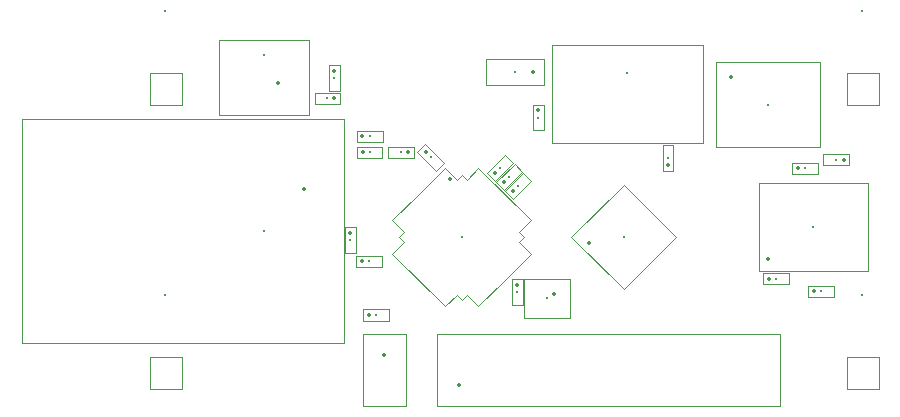
<source format=gbr>
%TF.GenerationSoftware,KiCad,Pcbnew,8.0.2-8.0.2-0~ubuntu22.04.1*%
%TF.CreationDate,2024-08-08T22:40:51-05:00*%
%TF.ProjectId,atslim-328,6174736c-696d-42d3-9332-382e6b696361,rev?*%
%TF.SameCoordinates,Original*%
%TF.FileFunction,Component,L1,Top*%
%TF.FilePolarity,Positive*%
%FSLAX46Y46*%
G04 Gerber Fmt 4.6, Leading zero omitted, Abs format (unit mm)*
G04 Created by KiCad (PCBNEW 8.0.2-8.0.2-0~ubuntu22.04.1) date 2024-08-08 22:40:51*
%MOMM*%
%LPD*%
G01*
G04 APERTURE LIST*
%TA.AperFunction,ComponentMain*%
%ADD10C,0.300000*%
%TD*%
%TA.AperFunction,ComponentOutline,Courtyard*%
%ADD11C,0.100000*%
%TD*%
%TA.AperFunction,ComponentPin*%
%ADD12P,0.360000X4X0.000000*%
%TD*%
%TA.AperFunction,ComponentPin*%
%ADD13C,0.100000*%
%TD*%
%TA.AperFunction,ComponentOutline,Footprint*%
%ADD14C,0.100000*%
%TD*%
G04 APERTURE END LIST*
D10*
%TO.C,U2*%
%TO.CFtp,SOT-223-3_TabPin2*%
%TO.CVal,LT1963AxST-3.3*%
%TO.CLbN,Package_TO_SOT_SMD*%
%TO.CMnt,SMD*%
%TO.CRot,0*%
X126330000Y-76267500D03*
D11*
X130729999Y-72667501D02*
X130729999Y-79867499D01*
X121930001Y-79867499D01*
X121930001Y-72667501D01*
X130729999Y-72667501D01*
D12*
%TO.P,U2,1,IN*%
X123180000Y-73967500D03*
D13*
%TO.P,U2,2,GND*%
X123180000Y-76267500D03*
X129480000Y-76267500D03*
%TO.P,U2,3,OUT*%
X123180000Y-78567500D03*
%TD*%
D10*
%TO.C,C7*%
%TO.CFtp,C_0402_1005Metric_Pad0.74x0.62mm_HandSolder*%
%TO.CVal,10nF*%
%TO.CLbN,Capacitor_SMD*%
%TO.CMnt,SMD*%
%TO.CRot,0*%
X92540000Y-89540000D03*
D11*
X93619999Y-89080001D02*
X93619999Y-89999999D01*
X91460001Y-89999999D01*
X91460001Y-89080001D01*
X93619999Y-89080001D01*
D12*
%TO.P,C7,1*%
X91972500Y-89540000D03*
D13*
%TO.P,C7,2*%
X93107500Y-89540000D03*
%TD*%
D10*
%TO.C,IC1*%
%TO.CFtp,SOIC127P600X175-14N*%
%TO.CVal,SN74LVC125ADRG3*%
%TO.CLbN,LogicLevelConverter*%
%TO.CMnt,SMD*%
%TO.CRot,90*%
X130150000Y-86625000D03*
D11*
X134774999Y-82900001D02*
X134774999Y-90349999D01*
X125525001Y-90349999D01*
X125525001Y-82900001D01*
X134774999Y-82900001D01*
D12*
%TO.P,IC1,1,1~{OE}*%
X126340000Y-89337000D03*
D13*
%TO.P,IC1,2,1A*%
X127610000Y-89337000D03*
%TO.P,IC1,3,1Y*%
X128880000Y-89337000D03*
%TO.P,IC1,4,2~{OE}*%
X130150000Y-89337000D03*
%TO.P,IC1,5,2A*%
X131420000Y-89337000D03*
%TO.P,IC1,6,2Y*%
X132690000Y-89337000D03*
%TO.P,IC1,7,GND*%
X133960000Y-89337000D03*
%TO.P,IC1,8,3Y*%
X133960000Y-83913000D03*
%TO.P,IC1,9,3A*%
X132690000Y-83913000D03*
%TO.P,IC1,10,3~{OE}*%
X131420000Y-83913000D03*
%TO.P,IC1,11,4Y*%
X130150000Y-83913000D03*
%TO.P,IC1,12,4A*%
X128880000Y-83913000D03*
%TO.P,IC1,13,4~{OE}*%
X127610000Y-83913000D03*
%TO.P,IC1,14,VCC*%
X126340000Y-83913000D03*
%TD*%
D10*
%TO.C,H2*%
%TO.CFtp,RPI_MountingHole*%
%TO.CVal,MountingHole*%
%TO.CLbN,MountingPoints*%
%TO.CMnt,Other*%
%TO.CRot,0*%
X75230000Y-92370000D03*
D14*
X73980000Y-97620000D02*
X73980000Y-100320000D01*
X76680000Y-100320000D01*
X76680000Y-97620000D01*
X73980000Y-97620000D01*
D13*
%TO.P,H2,*%
X75330000Y-98970000D03*
%TD*%
D10*
%TO.C,R11*%
%TO.CFtp,R_0402_1005Metric_Pad0.72x0.64mm_HandSolder*%
%TO.CVal,10k*%
%TO.CLbN,Resistor_SMD*%
%TO.CMnt,SMD*%
%TO.CRot,45*%
X105150000Y-83170000D03*
D11*
X106260156Y-82724523D02*
X104704523Y-84280156D01*
X104039844Y-83615477D01*
X105595477Y-82059844D01*
X106260156Y-82724523D01*
D12*
%TO.P,R11,1*%
X104727504Y-83592496D03*
D13*
%TO.P,R11,2*%
X105572496Y-82747504D03*
%TD*%
D10*
%TO.C,R9*%
%TO.CFtp,R_0402_1005Metric_Pad0.72x0.64mm_HandSolder*%
%TO.CVal,10k*%
%TO.CLbN,Resistor_SMD*%
%TO.CMnt,SMD*%
%TO.CRot,45*%
X103640000Y-81620000D03*
D11*
X104750156Y-81174523D02*
X103194523Y-82730156D01*
X102529844Y-82065477D01*
X104085477Y-80509844D01*
X104750156Y-81174523D01*
D12*
%TO.P,R9,1*%
X103217504Y-82042496D03*
D13*
%TO.P,R9,2*%
X104062496Y-81197504D03*
%TD*%
D10*
%TO.C,D1*%
%TO.CFtp,LED_1206_3216Metric_Pad1.42x1.75mm_HandSolder*%
%TO.CVal,PWR*%
%TO.CLbN,LED_SMD*%
%TO.CMnt,SMD*%
%TO.CRot,180*%
X104895000Y-73490000D03*
D11*
X107344999Y-72370001D02*
X107344999Y-74609999D01*
X102445001Y-74609999D01*
X102445001Y-72370001D01*
X107344999Y-72370001D01*
D12*
%TO.P,D1,1,A*%
X106382500Y-73490000D03*
D13*
%TO.P,D1,2,K*%
X103407500Y-73490000D03*
%TD*%
D10*
%TO.C,J2*%
%TO.CFtp,EVPAEDB2A*%
%TO.CVal,RESET*%
%TO.CLbN,Button_Switch_Sidemount*%
%TO.CMnt,SMD*%
%TO.CRot,180*%
X83640000Y-72090000D03*
D11*
X87439999Y-70803001D02*
X87439999Y-77152999D01*
X79840001Y-77152999D01*
X79840001Y-70803001D01*
X87439999Y-70803001D01*
D12*
%TO.P,J2,A1,COM_1*%
X84790000Y-74465000D03*
D13*
%TO.P,J2,2,NO*%
X83640000Y-74465000D03*
%TO.P,J2,B1,COM_2*%
X82490000Y-74465000D03*
%TO.P,J2,MP1,MP1*%
X86115000Y-72740000D03*
%TO.P,J2,MP2,MP2*%
X81165000Y-72740000D03*
%TD*%
D10*
%TO.C,P1*%
%TO.CFtp,PinHeader_1x02_P2.54mm_Vertical*%
%TO.CVal,PoE Header*%
%TO.CLbN,Connector_PinHeader_2.54mm*%
%TO.CMnt,TH*%
%TO.CRot,0*%
X93825000Y-97475000D03*
D11*
X95624999Y-95675001D02*
X95624999Y-101824999D01*
X92025001Y-101824999D01*
X92025001Y-95675001D01*
X95624999Y-95675001D01*
D12*
%TO.P,P1,1,P1*%
X93825000Y-97475000D03*
D13*
%TO.P,P1,2,P2*%
X93825000Y-100015000D03*
%TD*%
D10*
%TO.C,R12*%
%TO.CFtp,R_0402_1005Metric_Pad0.72x0.64mm_HandSolder*%
%TO.CVal,1M*%
%TO.CLbN,Resistor_SMD*%
%TO.CMnt,SMD*%
%TO.CRot,-90*%
X105075000Y-92110000D03*
D11*
X105544999Y-91010001D02*
X105544999Y-93209999D01*
X104605001Y-93209999D01*
X104605001Y-91010001D01*
X105544999Y-91010001D01*
D12*
%TO.P,R12,1*%
X105075000Y-91512500D03*
D13*
%TO.P,R12,2*%
X105075000Y-92707500D03*
%TD*%
D10*
%TO.C,R10*%
%TO.CFtp,R_0402_1005Metric_Pad0.72x0.64mm_HandSolder*%
%TO.CVal,10k*%
%TO.CLbN,Resistor_SMD*%
%TO.CMnt,SMD*%
%TO.CRot,45*%
X104405000Y-82405000D03*
D11*
X105515156Y-81959523D02*
X103959523Y-83515156D01*
X103294844Y-82850477D01*
X104850477Y-81294844D01*
X105515156Y-81959523D01*
D12*
%TO.P,R10,1*%
X103982504Y-82827496D03*
D13*
%TO.P,R10,2*%
X104827496Y-81982504D03*
%TD*%
D10*
%TO.C,R3*%
%TO.CFtp,R_0402_1005Metric_Pad0.72x0.64mm_HandSolder*%
%TO.CVal,3.3k*%
%TO.CLbN,Resistor_SMD*%
%TO.CMnt,SMD*%
%TO.CRot,0*%
X126965000Y-91025000D03*
D11*
X128064999Y-90555001D02*
X128064999Y-91494999D01*
X125865001Y-91494999D01*
X125865001Y-90555001D01*
X128064999Y-90555001D01*
D12*
%TO.P,R3,1*%
X126367500Y-91025000D03*
D13*
%TO.P,R3,2*%
X127562500Y-91025000D03*
%TD*%
D10*
%TO.C,J5*%
%TO.CFtp,TE_1888250-3*%
%TO.CVal,1888250-3*%
%TO.CLbN,Connector_Ethernet*%
%TO.CMnt,TH*%
%TO.CRot,-90*%
X83645000Y-86975000D03*
D11*
X90394999Y-77480001D02*
X90394999Y-96469999D01*
X63155001Y-96469999D01*
X63155001Y-77480001D01*
X90394999Y-77480001D01*
D12*
%TO.P,J5,1,TD+*%
X87035000Y-83419000D03*
D13*
%TO.P,J5,2,TCT*%
X84495000Y-84435000D03*
%TO.P,J5,3,TD-*%
X87035000Y-85451000D03*
%TO.P,J5,4,RD+*%
X84495000Y-86467000D03*
%TO.P,J5,5,RCT*%
X87035000Y-87483000D03*
%TO.P,J5,6,RD-*%
X84495000Y-88499000D03*
%TO.P,J5,7,V+*%
X87035000Y-89515000D03*
%TO.P,J5,8,V-*%
X84495000Y-90531000D03*
%TO.P,J5,9,LED1_VIN*%
X81195000Y-91115000D03*
%TO.P,J5,10,LED1_DAT*%
X78895000Y-92555000D03*
%TO.P,J5,11,LED2_VIN*%
X81195000Y-81395000D03*
%TO.P,J5,12,LED2_DAT*%
X78895000Y-82835000D03*
%TO.P,J5,SH1*%
X89245000Y-80975000D03*
%TO.P,J5,SH2*%
X89245000Y-92975000D03*
%TO.P,J5,SH3*%
X83645000Y-95020000D03*
%TO.P,J5,SH4*%
X83645000Y-78930000D03*
%TD*%
D10*
%TO.C,C1*%
%TO.CFtp,C_0402_1005Metric_Pad0.74x0.62mm_HandSolder*%
%TO.CVal,0.1 uF*%
%TO.CLbN,Capacitor_SMD*%
%TO.CMnt,SMD*%
%TO.CRot,180*%
X89015000Y-75732500D03*
D11*
X90094999Y-75272501D02*
X90094999Y-76192499D01*
X87935001Y-76192499D01*
X87935001Y-75272501D01*
X90094999Y-75272501D01*
D12*
%TO.P,C1,1*%
X89582500Y-75732500D03*
D13*
%TO.P,C1,2*%
X88447500Y-75732500D03*
%TD*%
D10*
%TO.C,H3*%
%TO.CFtp,RPI_MountingHole*%
%TO.CVal,MountingHole*%
%TO.CLbN,MountingPoints*%
%TO.CMnt,Other*%
%TO.CRot,0*%
X134230000Y-68370000D03*
D14*
X132980000Y-73620000D02*
X132980000Y-76320000D01*
X135680000Y-76320000D01*
X135680000Y-73620000D01*
X132980000Y-73620000D01*
D13*
%TO.P,H3,*%
X134330000Y-74970000D03*
%TD*%
D10*
%TO.C,U3*%
%TO.CFtp,LQFP-48_7x7mm_P0.5mm*%
%TO.CVal,W5500*%
%TO.CLbN,Package_QFP*%
%TO.CMnt,SMD*%
%TO.CRot,-45*%
X100385000Y-87490000D03*
D11*
X106253984Y-86075786D02*
X105264036Y-87065736D01*
X105688299Y-87490000D01*
X105264036Y-87914264D01*
X106253984Y-88904213D01*
X104026599Y-91131599D01*
X101799213Y-93358984D01*
X100809264Y-92369036D01*
X100385000Y-92793299D01*
X99960736Y-92369036D01*
X98970786Y-93358984D01*
X94516015Y-88904213D01*
X95505964Y-87914264D01*
X95081700Y-87490000D01*
X95505964Y-87065736D01*
X94516015Y-86075786D01*
X96743401Y-83848401D01*
X98970786Y-81621015D01*
X99960736Y-82610964D01*
X100385000Y-82186700D01*
X100809264Y-82610964D01*
X101799213Y-81621015D01*
X106253984Y-86075786D01*
D12*
%TO.P,U3,1,TXN*%
X99386212Y-82602124D03*
D13*
%TO.P,U3,2,TXP*%
X99032658Y-82955678D03*
%TO.P,U3,3,AGND*%
X98679105Y-83309231D03*
%TO.P,U3,4,AVDD*%
X98325551Y-83662785D03*
%TO.P,U3,5,RXN*%
X97971998Y-84016338D03*
%TO.P,U3,6,RXP*%
X97618445Y-84369891D03*
%TO.P,U3,7,DNC*%
X97264891Y-84723445D03*
%TO.P,U3,8,AVDD*%
X96911338Y-85076998D03*
%TO.P,U3,9,AGND*%
X96557785Y-85430551D03*
%TO.P,U3,10,EXRES1*%
X96204231Y-85784105D03*
%TO.P,U3,11,AVDD*%
X95850678Y-86137658D03*
%TO.P,U3,12,NC*%
X95497124Y-86491212D03*
%TO.P,U3,13,NC*%
X95497124Y-88488788D03*
%TO.P,U3,14,AGND*%
X95850678Y-88842342D03*
%TO.P,U3,15,AVDD*%
X96204231Y-89195895D03*
%TO.P,U3,16,AGND*%
X96557785Y-89549449D03*
%TO.P,U3,17,AVDD*%
X96911338Y-89903002D03*
%TO.P,U3,18,VBG*%
X97264891Y-90256555D03*
%TO.P,U3,19,AGND*%
X97618445Y-90610109D03*
%TO.P,U3,20,TOCAP*%
X97971998Y-90963662D03*
%TO.P,U3,21,AVDD*%
X98325551Y-91317215D03*
%TO.P,U3,22,1V2O*%
X98679105Y-91670769D03*
%TO.P,U3,23,RSVD*%
X99032658Y-92024322D03*
%TO.P,U3,24,SPDLED*%
X99386212Y-92377876D03*
%TO.P,U3,25,LINKLED*%
X101383788Y-92377876D03*
%TO.P,U3,26,DUPLED*%
X101737342Y-92024322D03*
%TO.P,U3,27,ACTLED*%
X102090895Y-91670769D03*
%TO.P,U3,28,VDD*%
X102444449Y-91317215D03*
%TO.P,U3,29,GND*%
X102798002Y-90963662D03*
%TO.P,U3,30,XI/CLKIN*%
X103151555Y-90610109D03*
%TO.P,U3,31,XO*%
X103505109Y-90256555D03*
%TO.P,U3,32,~{SCS}*%
X103858662Y-89903002D03*
%TO.P,U3,33,SCLK*%
X104212215Y-89549449D03*
%TO.P,U3,34,MISO*%
X104565769Y-89195895D03*
%TO.P,U3,35,MOSI*%
X104919322Y-88842342D03*
%TO.P,U3,36,~{INT}*%
X105272876Y-88488788D03*
%TO.P,U3,37,~{RST}*%
X105272876Y-86491212D03*
%TO.P,U3,38,RSVD*%
X104919322Y-86137658D03*
%TO.P,U3,39,RSVD*%
X104565769Y-85784105D03*
%TO.P,U3,40,RSVD*%
X104212215Y-85430551D03*
%TO.P,U3,41,RSVD*%
X103858662Y-85076998D03*
%TO.P,U3,42,RSVD*%
X103505109Y-84723445D03*
%TO.P,U3,43,PMODE2*%
X103151555Y-84369891D03*
%TO.P,U3,44,PMODE1*%
X102798002Y-84016338D03*
%TO.P,U3,45,PMODE0*%
X102444449Y-83662785D03*
%TO.P,U3,46,NC*%
X102090895Y-83309231D03*
%TO.P,U3,47,NC*%
X101737342Y-82955678D03*
%TO.P,U3,48,AGND*%
X101383788Y-82602124D03*
%TD*%
D10*
%TO.C,R21*%
%TO.CFtp,R_0402_1005Metric_Pad0.72x0.64mm_HandSolder*%
%TO.CVal,330R*%
%TO.CLbN,Resistor_SMD*%
%TO.CMnt,SMD*%
%TO.CRot,0*%
X92575000Y-78950000D03*
D11*
X93674999Y-78480001D02*
X93674999Y-79419999D01*
X91475001Y-79419999D01*
X91475001Y-78480001D01*
X93674999Y-78480001D01*
D12*
%TO.P,R21,1*%
X91977500Y-78950000D03*
D13*
%TO.P,R21,2*%
X93172500Y-78950000D03*
%TD*%
D10*
%TO.C,R4*%
%TO.CFtp,R_0402_1005Metric_Pad0.72x0.64mm_HandSolder*%
%TO.CVal,3.3k*%
%TO.CLbN,Resistor_SMD*%
%TO.CMnt,SMD*%
%TO.CRot,0*%
X130820000Y-92065000D03*
D11*
X131919999Y-91595001D02*
X131919999Y-92534999D01*
X129720001Y-92534999D01*
X129720001Y-91595001D01*
X131919999Y-91595001D01*
D12*
%TO.P,R4,1*%
X130222500Y-92065000D03*
D13*
%TO.P,R4,2*%
X131417500Y-92065000D03*
%TD*%
D10*
%TO.C,C4*%
%TO.CFtp,C_0402_1005Metric_Pad0.74x0.62mm_HandSolder*%
%TO.CVal,10uF*%
%TO.CLbN,Capacitor_SMD*%
%TO.CMnt,SMD*%
%TO.CRot,90*%
X117850000Y-80800000D03*
D11*
X118309999Y-79720001D02*
X118309999Y-81879999D01*
X117390001Y-81879999D01*
X117390001Y-79720001D01*
X118309999Y-79720001D01*
D12*
%TO.P,C4,1*%
X117850000Y-81367500D03*
D13*
%TO.P,C4,2*%
X117850000Y-80232500D03*
%TD*%
D10*
%TO.C,R19*%
%TO.CFtp,R_0402_1005Metric_Pad0.72x0.64mm_HandSolder*%
%TO.CVal,10R*%
%TO.CLbN,Resistor_SMD*%
%TO.CMnt,SMD*%
%TO.CRot,180*%
X95230000Y-80300000D03*
D11*
X96329999Y-79830001D02*
X96329999Y-80769999D01*
X94130001Y-80769999D01*
X94130001Y-79830001D01*
X96329999Y-79830001D01*
D12*
%TO.P,R19,1*%
X95827500Y-80300000D03*
D13*
%TO.P,R19,2*%
X94632500Y-80300000D03*
%TD*%
D10*
%TO.C,R6*%
%TO.CFtp,R_0402_1005Metric_Pad0.72x0.64mm_HandSolder*%
%TO.CVal,3.3k*%
%TO.CLbN,Resistor_SMD*%
%TO.CMnt,SMD*%
%TO.CRot,180*%
X132110000Y-80925000D03*
D11*
X133209999Y-80455001D02*
X133209999Y-81394999D01*
X131010001Y-81394999D01*
X131010001Y-80455001D01*
X133209999Y-80455001D01*
D12*
%TO.P,R6,1*%
X132707500Y-80925000D03*
D13*
%TO.P,R6,2*%
X131512500Y-80925000D03*
%TD*%
D10*
%TO.C,R1*%
%TO.CFtp,R_0402_1005Metric_Pad0.72x0.64mm_HandSolder*%
%TO.CVal,1K*%
%TO.CLbN,Resistor_SMD*%
%TO.CMnt,SMD*%
%TO.CRot,-90*%
X89580000Y-74002500D03*
D11*
X90049999Y-72902501D02*
X90049999Y-75102499D01*
X89110001Y-75102499D01*
X89110001Y-72902501D01*
X90049999Y-72902501D01*
D12*
%TO.P,R1,1*%
X89580000Y-73405000D03*
D13*
%TO.P,R1,2*%
X89580000Y-74600000D03*
%TD*%
D10*
%TO.C,Y1*%
%TO.CFtp,830081609*%
%TO.CVal,830081609*%
%TO.CLbN,CrystalOscillator*%
%TO.CMnt,SMD*%
%TO.CRot,180*%
X107605000Y-92680000D03*
D11*
X109529999Y-91030001D02*
X109529999Y-94329999D01*
X105680001Y-94329999D01*
X105680001Y-91030001D01*
X109529999Y-91030001D01*
D12*
%TO.P,Y1,1,CRYSTAL_1*%
X108155000Y-92305000D03*
D13*
%TO.P,Y1,2,GND_1*%
X107055000Y-92305000D03*
%TO.P,Y1,3,CRYSTAL_2*%
X107055000Y-93055000D03*
%TO.P,Y1,4,GND_2*%
X108155000Y-93055000D03*
%TD*%
D10*
%TO.C,R16*%
%TO.CFtp,R_0402_1005Metric_Pad0.72x0.64mm_HandSolder*%
%TO.CVal,49R9*%
%TO.CLbN,Resistor_SMD*%
%TO.CMnt,SMD*%
%TO.CRot,-45*%
X97745000Y-80745000D03*
D11*
X98855156Y-81190477D02*
X98190477Y-81855156D01*
X96634844Y-80299523D01*
X97299523Y-79634844D01*
X98855156Y-81190477D01*
D12*
%TO.P,R16,1*%
X97322504Y-80322504D03*
D13*
%TO.P,R16,2*%
X98167496Y-81167496D03*
%TD*%
D10*
%TO.C,H4*%
%TO.CFtp,RPI_MountingHole*%
%TO.CVal,MountingHole*%
%TO.CLbN,MountingPoints*%
%TO.CMnt,Other*%
%TO.CRot,0*%
X134230000Y-92370000D03*
D14*
X132980000Y-97620000D02*
X132980000Y-100320000D01*
X135680000Y-100320000D01*
X135680000Y-97620000D01*
X132980000Y-97620000D01*
D13*
%TO.P,H4,*%
X134330000Y-98970000D03*
%TD*%
D10*
%TO.C,U1*%
%TO.CFtp,QFN-32-1EP_5x5mm_P0.5mm_EP3.1x3.1mm_ThermalVias*%
%TO.CVal,ATmega3208-M*%
%TO.CLbN,Package_DFN_QFN*%
%TO.CMnt,SMD*%
%TO.CRot,45*%
X114085115Y-87490000D03*
D11*
X118511601Y-87490000D02*
X114085115Y-91916486D01*
X109658629Y-87490000D01*
X114085115Y-83063514D01*
X118511601Y-87490000D01*
D12*
%TO.P,U1,1,PA3*%
X111124105Y-87976136D03*
D13*
%TO.P,U1,2,PA4*%
X111477659Y-88329689D03*
%TO.P,U1,3,PA5*%
X111831212Y-88683243D03*
%TO.P,U1,4,PA6*%
X112184766Y-89036796D03*
%TO.P,U1,5,PA7*%
X112538319Y-89390349D03*
%TO.P,U1,6,PC0*%
X112891872Y-89743903D03*
%TO.P,U1,7,PC1*%
X113245426Y-90097456D03*
%TO.P,U1,8,PC2*%
X113598979Y-90451010D03*
%TO.P,U1,9,PC3*%
X114571251Y-90451010D03*
%TO.P,U1,10,PD0*%
X114924804Y-90097456D03*
%TO.P,U1,11,PD1*%
X115278358Y-89743903D03*
%TO.P,U1,12,PD2*%
X115631911Y-89390349D03*
%TO.P,U1,13,PD3*%
X115985464Y-89036796D03*
%TO.P,U1,14,PD4*%
X116339018Y-88683243D03*
%TO.P,U1,15,PD5*%
X116692571Y-88329689D03*
%TO.P,U1,16,PD6*%
X117046125Y-87976136D03*
%TO.P,U1,17,PD7*%
X117046125Y-87003864D03*
%TO.P,U1,18,AVDD*%
X116692571Y-86650311D03*
%TO.P,U1,19,GND*%
X116339018Y-86296757D03*
%TO.P,U1,20,PF0/TOSC1*%
X115985464Y-85943204D03*
%TO.P,U1,21,PF1/TOSC2*%
X115631911Y-85589651D03*
%TO.P,U1,22,PF2*%
X115278358Y-85236097D03*
%TO.P,U1,23,PF3*%
X114924804Y-84882544D03*
%TO.P,U1,24,PF4*%
X114571251Y-84528990D03*
%TO.P,U1,25,PF5*%
X113598979Y-84528990D03*
%TO.P,U1,26,PF6/~{RESET}*%
X113245426Y-84882544D03*
%TO.P,U1,27,UPDI*%
X112891872Y-85236097D03*
%TO.P,U1,28,VDD*%
X112538319Y-85589651D03*
%TO.P,U1,29,GND*%
X112184766Y-85943204D03*
%TO.P,U1,30,EXTCLK/PA0*%
X111831212Y-86296757D03*
%TO.P,U1,31,PA1*%
X111477659Y-86650311D03*
%TO.P,U1,32,PA2*%
X111124105Y-87003864D03*
%TO.P,U1,33,GND*%
X112670901Y-87490000D03*
X113378008Y-88197107D03*
X114085115Y-88904214D03*
X113378008Y-86782893D03*
X114085115Y-87490000D03*
X114085115Y-87490000D03*
X114792222Y-88197107D03*
X114085115Y-86075786D03*
X114792222Y-86782893D03*
X115499329Y-87490000D03*
%TD*%
D10*
%TO.C,H1*%
%TO.CFtp,RPI_MountingHole*%
%TO.CVal,MountingHole*%
%TO.CLbN,MountingPoints*%
%TO.CMnt,Other*%
%TO.CRot,0*%
X75230000Y-68370000D03*
D14*
X73980000Y-73620000D02*
X73980000Y-76320000D01*
X76680000Y-76320000D01*
X76680000Y-73620000D01*
X73980000Y-73620000D01*
D13*
%TO.P,H1,*%
X75330000Y-74970000D03*
%TD*%
D10*
%TO.C,R5*%
%TO.CFtp,R_0402_1005Metric_Pad0.72x0.64mm_HandSolder*%
%TO.CVal,3.3k*%
%TO.CLbN,Resistor_SMD*%
%TO.CMnt,SMD*%
%TO.CRot,0*%
X129480000Y-81660000D03*
D11*
X130579999Y-81190001D02*
X130579999Y-82129999D01*
X128380001Y-82129999D01*
X128380001Y-81190001D01*
X130579999Y-81190001D01*
D12*
%TO.P,R5,1*%
X128882500Y-81660000D03*
D13*
%TO.P,R5,2*%
X130077500Y-81660000D03*
%TD*%
D10*
%TO.C,R22*%
%TO.CFtp,R_0402_1005Metric_Pad0.72x0.64mm_HandSolder*%
%TO.CVal,1k*%
%TO.CLbN,Resistor_SMD*%
%TO.CMnt,SMD*%
%TO.CRot,-90*%
X106865000Y-77360000D03*
D11*
X107334999Y-76260001D02*
X107334999Y-78459999D01*
X106395001Y-78459999D01*
X106395001Y-76260001D01*
X107334999Y-76260001D01*
D12*
%TO.P,R22,1*%
X106865000Y-76762500D03*
D13*
%TO.P,R22,2*%
X106865000Y-77957500D03*
%TD*%
D10*
%TO.C,R20*%
%TO.CFtp,R_0402_1005Metric_Pad0.72x0.64mm_HandSolder*%
%TO.CVal,330R*%
%TO.CLbN,Resistor_SMD*%
%TO.CMnt,SMD*%
%TO.CRot,0*%
X93145000Y-94085000D03*
D11*
X94244999Y-93615001D02*
X94244999Y-94554999D01*
X92045001Y-94554999D01*
X92045001Y-93615001D01*
X94244999Y-93615001D01*
D12*
%TO.P,R20,1*%
X92547500Y-94085000D03*
D13*
%TO.P,R20,2*%
X93742500Y-94085000D03*
%TD*%
D10*
%TO.C,C10*%
%TO.CFtp,C_0402_1005Metric_Pad0.74x0.62mm_HandSolder*%
%TO.CVal,22nF*%
%TO.CLbN,Capacitor_SMD*%
%TO.CMnt,SMD*%
%TO.CRot,0*%
X92575000Y-80290000D03*
D11*
X93654999Y-79830001D02*
X93654999Y-80749999D01*
X91495001Y-80749999D01*
X91495001Y-79830001D01*
X93654999Y-79830001D01*
D12*
%TO.P,C10,1*%
X92007500Y-80290000D03*
D13*
%TO.P,C10,2*%
X93142500Y-80290000D03*
%TD*%
D10*
%TO.C,J6*%
%TO.CFtp,PinHeader_2x11_P2.54mm_Vertical*%
%TO.CVal,GPIO*%
%TO.CLbN,Connector_PinHeader_2.54mm*%
%TO.CMnt,TH*%
%TO.CRot,90*%
X100125000Y-100025000D03*
D11*
X127324999Y-95675001D02*
X127324999Y-101824999D01*
X98325001Y-101824999D01*
X98325001Y-95675001D01*
X127324999Y-95675001D01*
D12*
%TO.P,J6,1,Pin_1*%
X100125000Y-100025000D03*
D13*
%TO.P,J6,2,Pin_2*%
X100125000Y-97485000D03*
%TO.P,J6,3,Pin_3*%
X102665000Y-100025000D03*
%TO.P,J6,4,Pin_4*%
X102665000Y-97485000D03*
%TO.P,J6,5,Pin_5*%
X105205000Y-100025000D03*
%TO.P,J6,6,Pin_6*%
X105205000Y-97485000D03*
%TO.P,J6,7,Pin_7*%
X107745000Y-100025000D03*
%TO.P,J6,8,Pin_8*%
X107745000Y-97485000D03*
%TO.P,J6,9,Pin_9*%
X110285000Y-100025000D03*
%TO.P,J6,10,Pin_10*%
X110285000Y-97485000D03*
%TO.P,J6,11,Pin_11*%
X112825000Y-100025000D03*
%TO.P,J6,12,Pin_12*%
X112825000Y-97485000D03*
%TO.P,J6,13,Pin_13*%
X115365000Y-100025000D03*
%TO.P,J6,14,Pin_14*%
X115365000Y-97485000D03*
%TO.P,J6,15,Pin_15*%
X117905000Y-100025000D03*
%TO.P,J6,16,Pin_16*%
X117905000Y-97485000D03*
%TO.P,J6,17,Pin_17*%
X120445000Y-100025000D03*
%TO.P,J6,18,Pin_18*%
X120445000Y-97485000D03*
%TO.P,J6,19,Pin_19*%
X122985000Y-100025000D03*
%TO.P,J6,20,Pin_20*%
X122985000Y-97485000D03*
%TO.P,J6,21,Pin_21*%
X125525000Y-100025000D03*
%TO.P,J6,22,Pin_22*%
X125525000Y-97485000D03*
%TD*%
D10*
%TO.C,R14*%
%TO.CFtp,R_0402_1005Metric_Pad0.72x0.64mm_HandSolder*%
%TO.CVal,49R9*%
%TO.CLbN,Resistor_SMD*%
%TO.CMnt,SMD*%
%TO.CRot,-90*%
X90930000Y-87755000D03*
D11*
X91399999Y-86655001D02*
X91399999Y-88854999D01*
X90460001Y-88854999D01*
X90460001Y-86655001D01*
X91399999Y-86655001D01*
D12*
%TO.P,R14,1*%
X90930000Y-87157500D03*
D13*
%TO.P,R14,2*%
X90930000Y-88352500D03*
%TD*%
D10*
%TO.C,J4*%
%TO.CFtp,GCT_USB4500-03-0-A_REVA1*%
%TO.CVal,USB4500-03-0-A_REVA1*%
%TO.CLbN,PowerJack*%
%TO.CMnt,SMD*%
%TO.CRot,180*%
X114410000Y-73565000D03*
D11*
X120779999Y-71215001D02*
X120779999Y-79514999D01*
X108040001Y-79514999D01*
X108040001Y-71215001D01*
X120779999Y-71215001D01*
D13*
%TO.P,J4,A1_B12,GND_A*%
X117610000Y-78715000D03*
%TO.P,J4,A4_B9,VBUS_A*%
X116810000Y-78715000D03*
%TO.P,J4,A5,CC1*%
X115660000Y-78715000D03*
%TO.P,J4,A6,DP1*%
X114660000Y-78715000D03*
%TO.P,J4,A7,DN1*%
X114160000Y-78715000D03*
%TO.P,J4,A8,SBU1*%
X113160000Y-78715000D03*
%TO.P,J4,B1_A12,GND_B*%
X111210000Y-78715000D03*
%TO.P,J4,B4_A9,VBUS_B*%
X112010000Y-78715000D03*
%TO.P,J4,B5,CC2*%
X112660000Y-78715000D03*
%TO.P,J4,B6,DP2*%
X113660000Y-78715000D03*
%TO.P,J4,B7,DN2*%
X115160000Y-78715000D03*
%TO.P,J4,B8,SBU2*%
X116160000Y-78715000D03*
%TO.P,J4,SH1,SHELL_GND*%
X120030000Y-73565000D03*
%TO.P,J4,SH2,SHELL_GND__1*%
X108790000Y-77565000D03*
%TO.P,J4,SH3,SHELL_GND__2*%
X120030000Y-77565000D03*
%TO.P,J4,SH4,SHELL_GND__3*%
X108790000Y-73565000D03*
%TD*%
M02*

</source>
